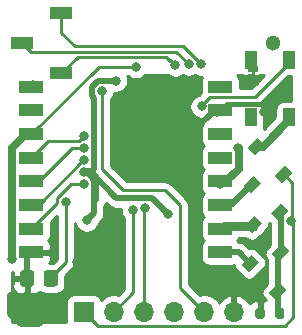
<source format=gbr>
%TF.GenerationSoftware,KiCad,Pcbnew,(5.1.9)-1*%
%TF.CreationDate,2021-06-07T11:13:51+02:00*%
%TF.ProjectId,esp32PicoD4,65737033-3250-4696-936f-44342e6b6963,rev?*%
%TF.SameCoordinates,Original*%
%TF.FileFunction,Copper,L2,Bot*%
%TF.FilePolarity,Positive*%
%FSLAX46Y46*%
G04 Gerber Fmt 4.6, Leading zero omitted, Abs format (unit mm)*
G04 Created by KiCad (PCBNEW (5.1.9)-1) date 2021-06-07 11:13:51*
%MOMM*%
%LPD*%
G01*
G04 APERTURE LIST*
%TA.AperFunction,SMDPad,CuDef*%
%ADD10R,1.900000X1.000000*%
%TD*%
%TA.AperFunction,SMDPad,CuDef*%
%ADD11C,0.100000*%
%TD*%
%TA.AperFunction,SMDPad,CuDef*%
%ADD12R,1.000000X1.500000*%
%TD*%
%TA.AperFunction,ComponentPad*%
%ADD13O,1.700000X1.700000*%
%TD*%
%TA.AperFunction,ComponentPad*%
%ADD14R,1.700000X1.700000*%
%TD*%
%TA.AperFunction,SMDPad,CuDef*%
%ADD15R,2.000000X1.000000*%
%TD*%
%TA.AperFunction,ComponentPad*%
%ADD16R,0.900000X0.500000*%
%TD*%
%TA.AperFunction,ViaPad*%
%ADD17C,1.300000*%
%TD*%
%TA.AperFunction,ViaPad*%
%ADD18C,0.800000*%
%TD*%
%TA.AperFunction,Conductor*%
%ADD19C,0.250000*%
%TD*%
%TA.AperFunction,Conductor*%
%ADD20C,0.500000*%
%TD*%
%TA.AperFunction,Conductor*%
%ADD21C,0.400000*%
%TD*%
%TA.AperFunction,Conductor*%
%ADD22C,0.300000*%
%TD*%
%TA.AperFunction,Conductor*%
%ADD23C,0.700000*%
%TD*%
%TA.AperFunction,Conductor*%
%ADD24C,0.254000*%
%TD*%
%TA.AperFunction,Conductor*%
%ADD25C,0.100000*%
%TD*%
G04 APERTURE END LIST*
%TO.P,R9,2*%
%TO.N,GNDD*%
%TA.AperFunction,SMDPad,CuDef*%
G36*
G01*
X207093000Y-102087000D02*
X207093000Y-102637000D01*
G75*
G02*
X206893000Y-102837000I-200000J0D01*
G01*
X206493000Y-102837000D01*
G75*
G02*
X206293000Y-102637000I0J200000D01*
G01*
X206293000Y-102087000D01*
G75*
G02*
X206493000Y-101887000I200000J0D01*
G01*
X206893000Y-101887000D01*
G75*
G02*
X207093000Y-102087000I0J-200000D01*
G01*
G37*
%TD.AperFunction*%
%TO.P,R9,1*%
%TO.N,/DIO_LORA*%
%TA.AperFunction,SMDPad,CuDef*%
G36*
G01*
X208743000Y-102087000D02*
X208743000Y-102637000D01*
G75*
G02*
X208543000Y-102837000I-200000J0D01*
G01*
X208143000Y-102837000D01*
G75*
G02*
X207943000Y-102637000I0J200000D01*
G01*
X207943000Y-102087000D01*
G75*
G02*
X208143000Y-101887000I200000J0D01*
G01*
X208543000Y-101887000D01*
G75*
G02*
X208743000Y-102087000I0J-200000D01*
G01*
G37*
%TD.AperFunction*%
%TD*%
D10*
%TO.P,J2,3*%
%TO.N,/IO33*%
X189864000Y-76962000D03*
%TO.P,J2,1*%
%TO.N,/DIO_LORA*%
X189864000Y-82042000D03*
%TO.P,J2,2*%
%TO.N,/IO25*%
X186564000Y-79502000D03*
%TD*%
%TA.AperFunction,SMDPad,CuDef*%
D11*
%TO.P,D7,2*%
%TO.N,Net-(D7-Pad2)*%
G36*
X206736462Y-91333934D02*
G01*
X205887934Y-92182462D01*
X205251538Y-91546066D01*
X206100066Y-90697538D01*
X206736462Y-91333934D01*
G37*
%TD.AperFunction*%
%TA.AperFunction,SMDPad,CuDef*%
%TO.P,D7,1*%
%TO.N,/DIO_LORA*%
G36*
X209069914Y-93667386D02*
G01*
X208221386Y-94515914D01*
X207584990Y-93879518D01*
X208433518Y-93030990D01*
X209069914Y-93667386D01*
G37*
%TD.AperFunction*%
%TD*%
%TA.AperFunction,SMDPad,CuDef*%
%TO.P,D6,2*%
%TO.N,Net-(D6-Pad2)*%
G36*
X206839736Y-94739208D02*
G01*
X205991208Y-95587736D01*
X205354812Y-94951340D01*
X206203340Y-94102812D01*
X206839736Y-94739208D01*
G37*
%TD.AperFunction*%
%TA.AperFunction,SMDPad,CuDef*%
%TO.P,D6,1*%
%TO.N,/DIO_LORA*%
G36*
X209173188Y-97072660D02*
G01*
X208324660Y-97921188D01*
X207688264Y-97284792D01*
X208536792Y-96436264D01*
X209173188Y-97072660D01*
G37*
%TD.AperFunction*%
%TD*%
%TA.AperFunction,SMDPad,CuDef*%
%TO.P,D5,2*%
%TO.N,Net-(D5-Pad2)*%
G36*
X206585736Y-98041208D02*
G01*
X205737208Y-98889736D01*
X205100812Y-98253340D01*
X205949340Y-97404812D01*
X206585736Y-98041208D01*
G37*
%TD.AperFunction*%
%TA.AperFunction,SMDPad,CuDef*%
%TO.P,D5,1*%
%TO.N,/DIO_LORA*%
G36*
X208919188Y-100374660D02*
G01*
X208070660Y-101223188D01*
X207434264Y-100586792D01*
X208282792Y-99738264D01*
X208919188Y-100374660D01*
G37*
%TD.AperFunction*%
%TD*%
%TA.AperFunction,SMDPad,CuDef*%
%TO.P,D2,2*%
%TO.N,+BATT*%
G36*
X207942264Y-90680792D02*
G01*
X208790792Y-89832264D01*
X209427188Y-90468660D01*
X208578660Y-91317188D01*
X207942264Y-90680792D01*
G37*
%TD.AperFunction*%
%TA.AperFunction,SMDPad,CuDef*%
%TO.P,D2,1*%
%TO.N,Net-(D2-Pad1)*%
G36*
X205608812Y-88347340D02*
G01*
X206457340Y-87498812D01*
X207093736Y-88135208D01*
X206245208Y-88983736D01*
X205608812Y-88347340D01*
G37*
%TD.AperFunction*%
%TD*%
D12*
%TO.P,D3,1*%
%TO.N,Net-(D2-Pad1)*%
X209118000Y-85762000D03*
%TO.P,D3,2*%
%TO.N,N/C*%
X205918000Y-85762000D03*
%TO.P,D3,4*%
%TO.N,/WS2812*%
X209118000Y-80862000D03*
%TO.P,D3,3*%
%TO.N,GNDD*%
X205918000Y-80862000D03*
%TD*%
D13*
%TO.P,J1,6*%
%TO.N,GNDD*%
X204470000Y-102208000D03*
%TO.P,J1,5*%
%TO.N,/BOOT2*%
X201930000Y-102208000D03*
%TO.P,J1,4*%
%TO.N,/RESET2*%
X199390000Y-102208000D03*
%TO.P,J1,3*%
%TO.N,/RXD3*%
X196850000Y-102208000D03*
%TO.P,J1,2*%
%TO.N,/TXD3*%
X194310000Y-102208000D03*
D14*
%TO.P,J1,1*%
%TO.N,+BATT*%
X191770000Y-102208000D03*
%TD*%
%TO.P,R4,2*%
%TO.N,Net-(J3-Pad7)*%
%TA.AperFunction,SMDPad,CuDef*%
G36*
G01*
X188360000Y-99850001D02*
X188360000Y-98949999D01*
G75*
G02*
X188609999Y-98700000I249999J0D01*
G01*
X189310001Y-98700000D01*
G75*
G02*
X189560000Y-98949999I0J-249999D01*
G01*
X189560000Y-99850001D01*
G75*
G02*
X189310001Y-100100000I-249999J0D01*
G01*
X188609999Y-100100000D01*
G75*
G02*
X188360000Y-99850001I0J249999D01*
G01*
G37*
%TD.AperFunction*%
%TO.P,R4,1*%
%TO.N,GNDD*%
%TA.AperFunction,SMDPad,CuDef*%
G36*
G01*
X186360000Y-99850001D02*
X186360000Y-98949999D01*
G75*
G02*
X186609999Y-98700000I249999J0D01*
G01*
X187310001Y-98700000D01*
G75*
G02*
X187560000Y-98949999I0J-249999D01*
G01*
X187560000Y-99850001D01*
G75*
G02*
X187310001Y-100100000I-249999J0D01*
G01*
X186609999Y-100100000D01*
G75*
G02*
X186360000Y-99850001I0J249999D01*
G01*
G37*
%TD.AperFunction*%
%TD*%
D15*
%TO.P,RFM95,16*%
%TO.N,Net-(D5-Pad2)*%
X203326000Y-97170000D03*
%TO.P,RFM95,15*%
%TO.N,Net-(D6-Pad2)*%
X203326000Y-95170000D03*
%TO.P,RFM95,14*%
%TO.N,Net-(D7-Pad2)*%
X203326000Y-93170000D03*
%TO.P,RFM95,13*%
%TO.N,+3V0*%
X203326000Y-91170000D03*
%TO.P,RFM95,12*%
%TO.N,N/C*%
X203326000Y-89170000D03*
%TO.P,RFM95,11*%
X203326000Y-87170000D03*
%TO.P,RFM95,10*%
%TO.N,GNDD*%
X203326000Y-85170000D03*
%TO.P,RFM95,9*%
%TO.N,N/C*%
X203326000Y-83170000D03*
%TO.P,RFM95,8*%
%TO.N,GNDD*%
X187326000Y-83170000D03*
%TO.P,RFM95,7*%
%TO.N,N/C*%
X187326000Y-85170000D03*
%TO.P,RFM95,6*%
%TO.N,/LORA_RESET*%
X187326000Y-87170000D03*
%TO.P,RFM95,5*%
%TO.N,/CS_3*%
X187326000Y-89170000D03*
%TO.P,RFM95,4*%
%TO.N,/SCK_3*%
X187326000Y-91170000D03*
%TO.P,RFM95,3*%
%TO.N,/MOSI_3*%
X187326000Y-93170000D03*
%TO.P,RFM95,2*%
%TO.N,/MISO_3*%
X187326000Y-95170000D03*
%TO.P,RFM95,1*%
%TO.N,GNDD*%
X187326000Y-97170000D03*
%TD*%
D16*
%TO.P,A1,2*%
%TO.N,GNDD*%
X206062000Y-81684000D03*
%TD*%
D17*
%TO.N,+BATT*%
X207772000Y-79502000D03*
D18*
%TO.N,GNDD*%
X187452000Y-83058000D03*
X206248000Y-82804000D03*
X197866000Y-88392000D03*
X207018002Y-85344000D03*
X193802000Y-96520000D03*
X189230000Y-102616000D03*
X208280000Y-83820000D03*
X187233248Y-97262752D03*
X191174000Y-98044000D03*
X203962000Y-99314000D03*
%TO.N,+BATT*%
X209280726Y-94522915D03*
%TO.N,+3V0*%
X203326000Y-91367000D03*
X191770000Y-90424000D03*
X194470154Y-82643846D03*
X204817888Y-88326420D03*
X198882000Y-93958500D03*
X192024000Y-94488000D03*
%TO.N,/CS_3*%
X191770000Y-87376000D03*
%TO.N,/SCK_3*%
X191770000Y-88392000D03*
%TO.N,/MOSI_3*%
X191770000Y-89408000D03*
%TO.N,/MISO_3*%
X191770000Y-91440000D03*
%TO.N,/TXD3*%
X195932366Y-93617031D03*
%TO.N,/RXD3*%
X196920107Y-93460920D03*
%TO.N,/BOOT2*%
X193294000Y-83566000D03*
%TO.N,/WS2812*%
X201725998Y-84836000D03*
%TO.N,/LORA_RESET*%
X185675000Y-97790000D03*
X196164278Y-81491794D03*
%TO.N,/IO33*%
X201680653Y-81275347D03*
%TO.N,/IO25*%
X200660000Y-81280000D03*
%TO.N,/DIO_LORA*%
X199505890Y-81355462D03*
%TO.N,Net-(J3-Pad7)*%
X190246000Y-92964000D03*
%TD*%
D19*
%TO.N,GNDD*%
X186960000Y-99314000D02*
X186960000Y-97536000D01*
X203326000Y-85170000D02*
X202934999Y-85561001D01*
X207018002Y-85027000D02*
X207018002Y-85344000D01*
D20*
X193802000Y-97438002D02*
X193802000Y-96520000D01*
X187990001Y-103250001D02*
X193802000Y-97438002D01*
X186405999Y-103250001D02*
X187990001Y-103250001D01*
X185547999Y-102392001D02*
X186405999Y-103250001D01*
X185547999Y-100812001D02*
X185547999Y-102392001D01*
X186960000Y-97536000D02*
X187326000Y-97170000D01*
X186960000Y-99400000D02*
X186960000Y-97536000D01*
D21*
X207018002Y-84892000D02*
X207018002Y-85344000D01*
X206738001Y-84611999D02*
X207018002Y-84892000D01*
X203884001Y-84611999D02*
X206738001Y-84611999D01*
X203326000Y-85170000D02*
X203884001Y-84611999D01*
D19*
X205918000Y-81540000D02*
X206062000Y-81684000D01*
X205918000Y-80862000D02*
X205918000Y-81540000D01*
X206062000Y-82618000D02*
X206248000Y-82804000D01*
X206062000Y-81684000D02*
X206062000Y-82618000D01*
D22*
X187086000Y-97170000D02*
X186944000Y-97028000D01*
X187326000Y-97170000D02*
X187086000Y-97170000D01*
D19*
X192698000Y-96520000D02*
X193802000Y-96520000D01*
X191174000Y-98044000D02*
X192698000Y-96520000D01*
X201374000Y-87122000D02*
X199390000Y-87122000D01*
D20*
X199604000Y-88392000D02*
X197866000Y-88392000D01*
X202826000Y-85170000D02*
X199604000Y-88392000D01*
X203326000Y-85170000D02*
X202826000Y-85170000D01*
D19*
%TO.N,+BATT*%
X192945001Y-103383001D02*
X191770000Y-102208000D01*
X208782999Y-103383001D02*
X192945001Y-103383001D01*
X209498198Y-102667802D02*
X208782999Y-103383001D01*
X209498198Y-94740387D02*
X209280726Y-94522915D01*
X209498198Y-96317802D02*
X209498198Y-94740387D01*
X209498198Y-96317802D02*
X209498198Y-102667802D01*
X209394924Y-91284924D02*
X208684726Y-90574726D01*
X209394924Y-94408717D02*
X209394924Y-91284924D01*
X209280726Y-94522915D02*
X209394924Y-94408717D01*
D23*
%TO.N,+3V0*%
X192160002Y-90424000D02*
X191770000Y-90424000D01*
X192720001Y-90983999D02*
X192160002Y-90424000D01*
X192720001Y-92632830D02*
X192720001Y-90983999D01*
X204876001Y-90110001D02*
X204876001Y-88326420D01*
X203816002Y-91170000D02*
X204876001Y-90110001D01*
X203326000Y-91170000D02*
X203816002Y-91170000D01*
D20*
X192012002Y-90424000D02*
X191770000Y-90424000D01*
X192620001Y-91031999D02*
X192012002Y-90424000D01*
X192620001Y-93891999D02*
X192620001Y-91031999D01*
X192024000Y-94488000D02*
X192620001Y-93891999D01*
X192958152Y-82643846D02*
X194470154Y-82643846D01*
X192443999Y-83157999D02*
X192958152Y-82643846D01*
X192443999Y-83974001D02*
X192443999Y-83157999D01*
X192620001Y-84150003D02*
X192443999Y-83974001D01*
X192620001Y-90139684D02*
X192620001Y-84150003D01*
X192335685Y-90424000D02*
X192620001Y-90139684D01*
X192335685Y-90424000D02*
X191770000Y-90424000D01*
X194522604Y-92610919D02*
X192335685Y-90424000D01*
X197534419Y-92610919D02*
X194522604Y-92610919D01*
X198882000Y-93958500D02*
X197534419Y-92610919D01*
D19*
%TO.N,/CS_3*%
X187326000Y-89170000D02*
X188104000Y-88392000D01*
X188720001Y-87775999D02*
X187326000Y-89170000D01*
X191370001Y-87775999D02*
X188720001Y-87775999D01*
X191770000Y-87376000D02*
X191370001Y-87775999D01*
%TO.N,/SCK_3*%
X187976000Y-91170000D02*
X187326000Y-91170000D01*
X190754000Y-88392000D02*
X187976000Y-91170000D01*
X191770000Y-88392000D02*
X190754000Y-88392000D01*
%TO.N,/MOSI_3*%
X191712998Y-89408000D02*
X191770000Y-89408000D01*
X187950998Y-93170000D02*
X191712998Y-89408000D01*
X187326000Y-93170000D02*
X187950998Y-93170000D01*
%TO.N,/MISO_3*%
X187326000Y-95170000D02*
X188040000Y-95170000D01*
X190696998Y-91440000D02*
X191770000Y-91440000D01*
X189520999Y-92975001D02*
X189520999Y-92615999D01*
X189520999Y-92615999D02*
X190696998Y-91440000D01*
X187326000Y-95170000D02*
X189520999Y-92975001D01*
%TO.N,/TXD3*%
X195932366Y-100585634D02*
X194310000Y-102208000D01*
X195932366Y-93617031D02*
X195932366Y-100585634D01*
%TO.N,/RXD3*%
X196850000Y-93531027D02*
X196920107Y-93460920D01*
X196850000Y-101854000D02*
X196850000Y-93531027D01*
%TO.N,/BOOT2*%
X193294000Y-90170000D02*
X193294000Y-83566000D01*
X195072000Y-91948000D02*
X193294000Y-90170000D01*
X198628000Y-91948000D02*
X195072000Y-91948000D01*
X199898000Y-93218000D02*
X198628000Y-91948000D01*
X199898000Y-100176000D02*
X199898000Y-93218000D01*
X201930000Y-102208000D02*
X199898000Y-100176000D01*
%TO.N,/WS2812*%
X206238999Y-83995001D02*
X209118000Y-81116000D01*
X202415997Y-83995001D02*
X206238999Y-83995001D01*
X201725998Y-84685000D02*
X202415997Y-83995001D01*
X201725998Y-84836000D02*
X201725998Y-84685000D01*
D20*
%TO.N,/LORA_RESET*%
X187015998Y-87170000D02*
X187326000Y-87170000D01*
D23*
X186835998Y-87170000D02*
X187326000Y-87170000D01*
X185675000Y-88330998D02*
X186835998Y-87170000D01*
X185675000Y-97790000D02*
X185675000Y-88330998D01*
D19*
X193004206Y-81491794D02*
X196164278Y-81491794D01*
X187326000Y-87170000D02*
X193004206Y-81491794D01*
%TO.N,/IO33*%
X201680653Y-81275347D02*
X200147071Y-79741765D01*
X200147071Y-79741765D02*
X190993765Y-79741765D01*
X189864000Y-78612000D02*
X189864000Y-76962000D01*
X190993765Y-79741765D02*
X189864000Y-78612000D01*
%TO.N,/IO25*%
X187253775Y-80191775D02*
X186564000Y-79502000D01*
X199571775Y-80191775D02*
X187253775Y-80191775D01*
X200660000Y-81280000D02*
X199571775Y-80191775D01*
%TO.N,/DIO_LORA*%
X207922726Y-100734726D02*
X208176726Y-100480726D01*
D20*
X208176726Y-97432726D02*
X208430726Y-97178726D01*
X208176726Y-100480726D02*
X208176726Y-97432726D01*
X208430726Y-93876726D02*
X208327452Y-93773452D01*
X208430726Y-97178726D02*
X208430726Y-93876726D01*
D19*
X191264215Y-80641785D02*
X189864000Y-82042000D01*
X198751785Y-80641785D02*
X191264215Y-80641785D01*
X199049428Y-80899000D02*
X199009000Y-80899000D01*
X199505890Y-81355462D02*
X199049428Y-80899000D01*
X199009000Y-80899000D02*
X198751785Y-80641785D01*
X199644000Y-81534000D02*
X199009000Y-80899000D01*
D20*
X208176726Y-102195726D02*
X208343000Y-102362000D01*
X208176726Y-100480726D02*
X208176726Y-102195726D01*
D19*
%TO.N,Net-(J3-Pad7)*%
X190246000Y-98028000D02*
X188960000Y-99314000D01*
X190246000Y-92964000D02*
X190246000Y-98028000D01*
D20*
%TO.N,Net-(D5-Pad2)*%
X204866000Y-97170000D02*
X205843274Y-98147274D01*
X203326000Y-97170000D02*
X204866000Y-97170000D01*
D19*
%TO.N,Net-(D6-Pad2)*%
X206280548Y-95170000D02*
X206351274Y-95099274D01*
X203326000Y-95170000D02*
X206280548Y-95170000D01*
D20*
X203650726Y-94845274D02*
X203326000Y-95170000D01*
X206097274Y-94845274D02*
X203650726Y-94845274D01*
%TO.N,Net-(D7-Pad2)*%
X204264000Y-93170000D02*
X205994000Y-91440000D01*
X203326000Y-93170000D02*
X204264000Y-93170000D01*
D23*
%TO.N,Net-(D2-Pad1)*%
X206892726Y-88241274D02*
X209118000Y-86016000D01*
X206351274Y-88241274D02*
X206892726Y-88241274D01*
%TD*%
D24*
%TO.N,GNDD*%
X193866074Y-93205968D02*
X193893787Y-93239736D01*
X193927555Y-93267449D01*
X193927557Y-93267451D01*
X194028545Y-93350330D01*
X194182290Y-93432508D01*
X194287555Y-93464440D01*
X194349114Y-93483114D01*
X194479127Y-93495919D01*
X194479135Y-93495919D01*
X194522604Y-93500200D01*
X194566073Y-93495919D01*
X194901180Y-93495919D01*
X194897366Y-93515092D01*
X194897366Y-93718970D01*
X194937140Y-93918929D01*
X195015161Y-94107287D01*
X195128429Y-94276805D01*
X195172366Y-94320742D01*
X195172367Y-100270831D01*
X194676408Y-100766790D01*
X194456260Y-100723000D01*
X194163740Y-100723000D01*
X193876842Y-100780068D01*
X193606589Y-100892010D01*
X193363368Y-101054525D01*
X193231513Y-101186380D01*
X193209502Y-101113820D01*
X193150537Y-101003506D01*
X193071185Y-100906815D01*
X192974494Y-100827463D01*
X192864180Y-100768498D01*
X192744482Y-100732188D01*
X192620000Y-100719928D01*
X190920000Y-100719928D01*
X190795518Y-100732188D01*
X190675820Y-100768498D01*
X190565506Y-100827463D01*
X190468815Y-100906815D01*
X190389463Y-101003506D01*
X190330498Y-101113820D01*
X190294188Y-101233518D01*
X190281928Y-101358000D01*
X190281928Y-103058000D01*
X190285080Y-103090000D01*
X185710000Y-103090000D01*
X185710000Y-100100000D01*
X185721928Y-100100000D01*
X185734188Y-100224482D01*
X185770498Y-100344180D01*
X185829463Y-100454494D01*
X185908815Y-100551185D01*
X186005506Y-100630537D01*
X186115820Y-100689502D01*
X186235518Y-100725812D01*
X186360000Y-100738072D01*
X186674250Y-100735000D01*
X186833000Y-100576250D01*
X186833000Y-99527000D01*
X185883750Y-99527000D01*
X185725000Y-99685750D01*
X185721928Y-100100000D01*
X185710000Y-100100000D01*
X185710000Y-98825000D01*
X185722855Y-98825000D01*
X185725000Y-99114250D01*
X185883750Y-99273000D01*
X186833000Y-99273000D01*
X186833000Y-99253000D01*
X187087000Y-99253000D01*
X187087000Y-99273000D01*
X187107000Y-99273000D01*
X187107000Y-99527000D01*
X187087000Y-99527000D01*
X187087000Y-100576250D01*
X187245750Y-100735000D01*
X187560000Y-100738072D01*
X187684482Y-100725812D01*
X187804180Y-100689502D01*
X187914494Y-100630537D01*
X188011185Y-100551185D01*
X188035363Y-100521724D01*
X188116613Y-100588405D01*
X188270149Y-100670472D01*
X188436745Y-100721008D01*
X188609999Y-100738072D01*
X189310001Y-100738072D01*
X189483255Y-100721008D01*
X189649851Y-100670472D01*
X189803387Y-100588405D01*
X189937962Y-100477962D01*
X190048405Y-100343387D01*
X190130472Y-100189851D01*
X190181008Y-100023255D01*
X190198072Y-99850001D01*
X190198072Y-99150730D01*
X190757003Y-98591799D01*
X190786001Y-98568001D01*
X190880974Y-98452276D01*
X190951546Y-98320247D01*
X190995003Y-98176986D01*
X191006000Y-98065333D01*
X191006000Y-98065325D01*
X191009676Y-98028000D01*
X191006000Y-97990675D01*
X191006000Y-94675404D01*
X191028774Y-94789898D01*
X191106795Y-94978256D01*
X191220063Y-95147774D01*
X191364226Y-95291937D01*
X191533744Y-95405205D01*
X191722102Y-95483226D01*
X191922061Y-95523000D01*
X192125939Y-95523000D01*
X192325898Y-95483226D01*
X192514256Y-95405205D01*
X192683774Y-95291937D01*
X192827937Y-95147774D01*
X192941205Y-94978256D01*
X193019226Y-94789898D01*
X193030535Y-94733044D01*
X193215051Y-94548528D01*
X193248818Y-94520816D01*
X193304837Y-94452558D01*
X193359412Y-94386058D01*
X193386383Y-94335598D01*
X193441590Y-94232312D01*
X193492196Y-94065489D01*
X193505001Y-93935476D01*
X193505001Y-93935468D01*
X193509282Y-93891999D01*
X193505001Y-93848530D01*
X193505001Y-93228969D01*
X193542961Y-93182714D01*
X193634425Y-93011597D01*
X193643101Y-92982995D01*
X193866074Y-93205968D01*
%TA.AperFunction,Conductor*%
D25*
G36*
X193866074Y-93205968D02*
G01*
X193893787Y-93239736D01*
X193927555Y-93267449D01*
X193927557Y-93267451D01*
X194028545Y-93350330D01*
X194182290Y-93432508D01*
X194287555Y-93464440D01*
X194349114Y-93483114D01*
X194479127Y-93495919D01*
X194479135Y-93495919D01*
X194522604Y-93500200D01*
X194566073Y-93495919D01*
X194901180Y-93495919D01*
X194897366Y-93515092D01*
X194897366Y-93718970D01*
X194937140Y-93918929D01*
X195015161Y-94107287D01*
X195128429Y-94276805D01*
X195172366Y-94320742D01*
X195172367Y-100270831D01*
X194676408Y-100766790D01*
X194456260Y-100723000D01*
X194163740Y-100723000D01*
X193876842Y-100780068D01*
X193606589Y-100892010D01*
X193363368Y-101054525D01*
X193231513Y-101186380D01*
X193209502Y-101113820D01*
X193150537Y-101003506D01*
X193071185Y-100906815D01*
X192974494Y-100827463D01*
X192864180Y-100768498D01*
X192744482Y-100732188D01*
X192620000Y-100719928D01*
X190920000Y-100719928D01*
X190795518Y-100732188D01*
X190675820Y-100768498D01*
X190565506Y-100827463D01*
X190468815Y-100906815D01*
X190389463Y-101003506D01*
X190330498Y-101113820D01*
X190294188Y-101233518D01*
X190281928Y-101358000D01*
X190281928Y-103058000D01*
X190285080Y-103090000D01*
X185710000Y-103090000D01*
X185710000Y-100100000D01*
X185721928Y-100100000D01*
X185734188Y-100224482D01*
X185770498Y-100344180D01*
X185829463Y-100454494D01*
X185908815Y-100551185D01*
X186005506Y-100630537D01*
X186115820Y-100689502D01*
X186235518Y-100725812D01*
X186360000Y-100738072D01*
X186674250Y-100735000D01*
X186833000Y-100576250D01*
X186833000Y-99527000D01*
X185883750Y-99527000D01*
X185725000Y-99685750D01*
X185721928Y-100100000D01*
X185710000Y-100100000D01*
X185710000Y-98825000D01*
X185722855Y-98825000D01*
X185725000Y-99114250D01*
X185883750Y-99273000D01*
X186833000Y-99273000D01*
X186833000Y-99253000D01*
X187087000Y-99253000D01*
X187087000Y-99273000D01*
X187107000Y-99273000D01*
X187107000Y-99527000D01*
X187087000Y-99527000D01*
X187087000Y-100576250D01*
X187245750Y-100735000D01*
X187560000Y-100738072D01*
X187684482Y-100725812D01*
X187804180Y-100689502D01*
X187914494Y-100630537D01*
X188011185Y-100551185D01*
X188035363Y-100521724D01*
X188116613Y-100588405D01*
X188270149Y-100670472D01*
X188436745Y-100721008D01*
X188609999Y-100738072D01*
X189310001Y-100738072D01*
X189483255Y-100721008D01*
X189649851Y-100670472D01*
X189803387Y-100588405D01*
X189937962Y-100477962D01*
X190048405Y-100343387D01*
X190130472Y-100189851D01*
X190181008Y-100023255D01*
X190198072Y-99850001D01*
X190198072Y-99150730D01*
X190757003Y-98591799D01*
X190786001Y-98568001D01*
X190880974Y-98452276D01*
X190951546Y-98320247D01*
X190995003Y-98176986D01*
X191006000Y-98065333D01*
X191006000Y-98065325D01*
X191009676Y-98028000D01*
X191006000Y-97990675D01*
X191006000Y-94675404D01*
X191028774Y-94789898D01*
X191106795Y-94978256D01*
X191220063Y-95147774D01*
X191364226Y-95291937D01*
X191533744Y-95405205D01*
X191722102Y-95483226D01*
X191922061Y-95523000D01*
X192125939Y-95523000D01*
X192325898Y-95483226D01*
X192514256Y-95405205D01*
X192683774Y-95291937D01*
X192827937Y-95147774D01*
X192941205Y-94978256D01*
X193019226Y-94789898D01*
X193030535Y-94733044D01*
X193215051Y-94548528D01*
X193248818Y-94520816D01*
X193304837Y-94452558D01*
X193359412Y-94386058D01*
X193386383Y-94335598D01*
X193441590Y-94232312D01*
X193492196Y-94065489D01*
X193505001Y-93935476D01*
X193505001Y-93935468D01*
X193509282Y-93891999D01*
X193505001Y-93848530D01*
X193505001Y-93228969D01*
X193542961Y-93182714D01*
X193634425Y-93011597D01*
X193643101Y-92982995D01*
X193866074Y-93205968D01*
G37*
%TD.AperFunction*%
D24*
X199015634Y-82272667D02*
X199203992Y-82350688D01*
X199403951Y-82390462D01*
X199607829Y-82390462D01*
X199807788Y-82350688D01*
X199996146Y-82272667D01*
X200139414Y-82176939D01*
X200169744Y-82197205D01*
X200358102Y-82275226D01*
X200558061Y-82315000D01*
X200761939Y-82315000D01*
X200961898Y-82275226D01*
X201150256Y-82197205D01*
X201173808Y-82181468D01*
X201190397Y-82192552D01*
X201378755Y-82270573D01*
X201578714Y-82310347D01*
X201782592Y-82310347D01*
X201803034Y-82306281D01*
X201795463Y-82315506D01*
X201736498Y-82425820D01*
X201700188Y-82545518D01*
X201687928Y-82670000D01*
X201687928Y-83648268D01*
X201513132Y-83823065D01*
X201424100Y-83840774D01*
X201235742Y-83918795D01*
X201066224Y-84032063D01*
X200922061Y-84176226D01*
X200808793Y-84345744D01*
X200730772Y-84534102D01*
X200690998Y-84734061D01*
X200690998Y-84937939D01*
X200730772Y-85137898D01*
X200808793Y-85326256D01*
X200922061Y-85495774D01*
X201066224Y-85639937D01*
X201235742Y-85753205D01*
X201424100Y-85831226D01*
X201624059Y-85871000D01*
X201723399Y-85871000D01*
X201736498Y-85914180D01*
X201795463Y-86024494D01*
X201874815Y-86121185D01*
X201934296Y-86170000D01*
X201874815Y-86218815D01*
X201795463Y-86315506D01*
X201736498Y-86425820D01*
X201700188Y-86545518D01*
X201687928Y-86670000D01*
X201687928Y-87670000D01*
X201700188Y-87794482D01*
X201736498Y-87914180D01*
X201795463Y-88024494D01*
X201874815Y-88121185D01*
X201934296Y-88170000D01*
X201874815Y-88218815D01*
X201795463Y-88315506D01*
X201736498Y-88425820D01*
X201700188Y-88545518D01*
X201687928Y-88670000D01*
X201687928Y-89670000D01*
X201700188Y-89794482D01*
X201736498Y-89914180D01*
X201795463Y-90024494D01*
X201874815Y-90121185D01*
X201934296Y-90170000D01*
X201874815Y-90218815D01*
X201795463Y-90315506D01*
X201736498Y-90425820D01*
X201700188Y-90545518D01*
X201687928Y-90670000D01*
X201687928Y-91670000D01*
X201700188Y-91794482D01*
X201736498Y-91914180D01*
X201795463Y-92024494D01*
X201874815Y-92121185D01*
X201934296Y-92170000D01*
X201874815Y-92218815D01*
X201795463Y-92315506D01*
X201736498Y-92425820D01*
X201700188Y-92545518D01*
X201687928Y-92670000D01*
X201687928Y-93670000D01*
X201700188Y-93794482D01*
X201736498Y-93914180D01*
X201795463Y-94024494D01*
X201874815Y-94121185D01*
X201934296Y-94170000D01*
X201874815Y-94218815D01*
X201795463Y-94315506D01*
X201736498Y-94425820D01*
X201700188Y-94545518D01*
X201687928Y-94670000D01*
X201687928Y-95670000D01*
X201700188Y-95794482D01*
X201736498Y-95914180D01*
X201795463Y-96024494D01*
X201874815Y-96121185D01*
X201934296Y-96170000D01*
X201874815Y-96218815D01*
X201795463Y-96315506D01*
X201736498Y-96425820D01*
X201700188Y-96545518D01*
X201687928Y-96670000D01*
X201687928Y-97670000D01*
X201700188Y-97794482D01*
X201736498Y-97914180D01*
X201795463Y-98024494D01*
X201874815Y-98121185D01*
X201971506Y-98200537D01*
X202081820Y-98259502D01*
X202201518Y-98295812D01*
X202326000Y-98308072D01*
X204326000Y-98308072D01*
X204450482Y-98295812D01*
X204466446Y-98290969D01*
X204475000Y-98377822D01*
X204511310Y-98497520D01*
X204570275Y-98607834D01*
X204649627Y-98704525D01*
X205286023Y-99340921D01*
X205382714Y-99420273D01*
X205493028Y-99479238D01*
X205612726Y-99515548D01*
X205737208Y-99527808D01*
X205861690Y-99515548D01*
X205981388Y-99479238D01*
X206091702Y-99420273D01*
X206188393Y-99340921D01*
X207036921Y-98492393D01*
X207116273Y-98395702D01*
X207175238Y-98285388D01*
X207211548Y-98165690D01*
X207223808Y-98041208D01*
X207211548Y-97916726D01*
X207175238Y-97797028D01*
X207116273Y-97686714D01*
X207036921Y-97590023D01*
X206400525Y-96953627D01*
X206303834Y-96874275D01*
X206193520Y-96815310D01*
X206073822Y-96779000D01*
X205949340Y-96766740D01*
X205824858Y-96779000D01*
X205749452Y-96801874D01*
X205522534Y-96574956D01*
X205494817Y-96541183D01*
X205360059Y-96430589D01*
X205206313Y-96348411D01*
X205039490Y-96297805D01*
X204909477Y-96285000D01*
X204909469Y-96285000D01*
X204866000Y-96280719D01*
X204830831Y-96284183D01*
X204777185Y-96218815D01*
X204717704Y-96170000D01*
X204777185Y-96121185D01*
X204856537Y-96024494D01*
X204907046Y-95930000D01*
X205431102Y-95930000D01*
X205540023Y-96038921D01*
X205636714Y-96118273D01*
X205747028Y-96177238D01*
X205866726Y-96213548D01*
X205991208Y-96225808D01*
X206115690Y-96213548D01*
X206235388Y-96177238D01*
X206345702Y-96118273D01*
X206442393Y-96038921D01*
X206643631Y-95837683D01*
X206704824Y-95804974D01*
X206820549Y-95710001D01*
X206844352Y-95680997D01*
X206915073Y-95610276D01*
X206986248Y-95523549D01*
X207018955Y-95462359D01*
X207290921Y-95190393D01*
X207370273Y-95093702D01*
X207429238Y-94983388D01*
X207465548Y-94863690D01*
X207477808Y-94739208D01*
X207470761Y-94667659D01*
X207545727Y-94742625D01*
X207545726Y-96524960D01*
X207237079Y-96833607D01*
X207157727Y-96930298D01*
X207098762Y-97040612D01*
X207062452Y-97160310D01*
X207050192Y-97284792D01*
X207062452Y-97409274D01*
X207098762Y-97528972D01*
X207157727Y-97639286D01*
X207237079Y-97735977D01*
X207291727Y-97790625D01*
X207291726Y-99826960D01*
X206983079Y-100135607D01*
X206903727Y-100232298D01*
X206844762Y-100342612D01*
X206808452Y-100462310D01*
X206796192Y-100586792D01*
X206808452Y-100711274D01*
X206844762Y-100830972D01*
X206903727Y-100941286D01*
X206983079Y-101037977D01*
X207205067Y-101259965D01*
X207093000Y-101248928D01*
X206978750Y-101252000D01*
X206820000Y-101410750D01*
X206820000Y-102235000D01*
X206840000Y-102235000D01*
X206840000Y-102489000D01*
X206820000Y-102489000D01*
X206820000Y-102509000D01*
X206566000Y-102509000D01*
X206566000Y-102489000D01*
X206546000Y-102489000D01*
X206546000Y-102235000D01*
X206566000Y-102235000D01*
X206566000Y-101410750D01*
X206407250Y-101252000D01*
X206293000Y-101248928D01*
X206168518Y-101261188D01*
X206048820Y-101297498D01*
X205938506Y-101356463D01*
X205841815Y-101435815D01*
X205777146Y-101514615D01*
X205665178Y-101326645D01*
X205470269Y-101110412D01*
X205236920Y-100936359D01*
X204974099Y-100811175D01*
X204826890Y-100766524D01*
X204597000Y-100887845D01*
X204597000Y-102081000D01*
X204617000Y-102081000D01*
X204617000Y-102335000D01*
X204597000Y-102335000D01*
X204597000Y-102355000D01*
X204343000Y-102355000D01*
X204343000Y-102335000D01*
X204323000Y-102335000D01*
X204323000Y-102081000D01*
X204343000Y-102081000D01*
X204343000Y-100887845D01*
X204113110Y-100766524D01*
X203965901Y-100811175D01*
X203703080Y-100936359D01*
X203469731Y-101110412D01*
X203274822Y-101326645D01*
X203205195Y-101443534D01*
X203083475Y-101261368D01*
X202876632Y-101054525D01*
X202633411Y-100892010D01*
X202363158Y-100780068D01*
X202076260Y-100723000D01*
X201783740Y-100723000D01*
X201563592Y-100766790D01*
X200658000Y-99861199D01*
X200658000Y-93255322D01*
X200661676Y-93217999D01*
X200658000Y-93180676D01*
X200658000Y-93180667D01*
X200647003Y-93069014D01*
X200603546Y-92925753D01*
X200532974Y-92793724D01*
X200438001Y-92677999D01*
X200409003Y-92654201D01*
X199191804Y-91437003D01*
X199168001Y-91407999D01*
X199052276Y-91313026D01*
X198920247Y-91242454D01*
X198776986Y-91198997D01*
X198665333Y-91188000D01*
X198665322Y-91188000D01*
X198628000Y-91184324D01*
X198590678Y-91188000D01*
X195386802Y-91188000D01*
X194054000Y-89855199D01*
X194054000Y-84269711D01*
X194097937Y-84225774D01*
X194211205Y-84056256D01*
X194289226Y-83867898D01*
X194328406Y-83670927D01*
X194368215Y-83678846D01*
X194572093Y-83678846D01*
X194772052Y-83639072D01*
X194960410Y-83561051D01*
X195129928Y-83447783D01*
X195274091Y-83303620D01*
X195387359Y-83134102D01*
X195465380Y-82945744D01*
X195505154Y-82745785D01*
X195505154Y-82541907D01*
X195465380Y-82341948D01*
X195428037Y-82251794D01*
X195460567Y-82251794D01*
X195504504Y-82295731D01*
X195674022Y-82408999D01*
X195862380Y-82487020D01*
X196062339Y-82526794D01*
X196266217Y-82526794D01*
X196466176Y-82487020D01*
X196654534Y-82408999D01*
X196824052Y-82295731D01*
X196950783Y-82169000D01*
X198860485Y-82169000D01*
X199015634Y-82272667D01*
%TA.AperFunction,Conductor*%
D25*
G36*
X199015634Y-82272667D02*
G01*
X199203992Y-82350688D01*
X199403951Y-82390462D01*
X199607829Y-82390462D01*
X199807788Y-82350688D01*
X199996146Y-82272667D01*
X200139414Y-82176939D01*
X200169744Y-82197205D01*
X200358102Y-82275226D01*
X200558061Y-82315000D01*
X200761939Y-82315000D01*
X200961898Y-82275226D01*
X201150256Y-82197205D01*
X201173808Y-82181468D01*
X201190397Y-82192552D01*
X201378755Y-82270573D01*
X201578714Y-82310347D01*
X201782592Y-82310347D01*
X201803034Y-82306281D01*
X201795463Y-82315506D01*
X201736498Y-82425820D01*
X201700188Y-82545518D01*
X201687928Y-82670000D01*
X201687928Y-83648268D01*
X201513132Y-83823065D01*
X201424100Y-83840774D01*
X201235742Y-83918795D01*
X201066224Y-84032063D01*
X200922061Y-84176226D01*
X200808793Y-84345744D01*
X200730772Y-84534102D01*
X200690998Y-84734061D01*
X200690998Y-84937939D01*
X200730772Y-85137898D01*
X200808793Y-85326256D01*
X200922061Y-85495774D01*
X201066224Y-85639937D01*
X201235742Y-85753205D01*
X201424100Y-85831226D01*
X201624059Y-85871000D01*
X201723399Y-85871000D01*
X201736498Y-85914180D01*
X201795463Y-86024494D01*
X201874815Y-86121185D01*
X201934296Y-86170000D01*
X201874815Y-86218815D01*
X201795463Y-86315506D01*
X201736498Y-86425820D01*
X201700188Y-86545518D01*
X201687928Y-86670000D01*
X201687928Y-87670000D01*
X201700188Y-87794482D01*
X201736498Y-87914180D01*
X201795463Y-88024494D01*
X201874815Y-88121185D01*
X201934296Y-88170000D01*
X201874815Y-88218815D01*
X201795463Y-88315506D01*
X201736498Y-88425820D01*
X201700188Y-88545518D01*
X201687928Y-88670000D01*
X201687928Y-89670000D01*
X201700188Y-89794482D01*
X201736498Y-89914180D01*
X201795463Y-90024494D01*
X201874815Y-90121185D01*
X201934296Y-90170000D01*
X201874815Y-90218815D01*
X201795463Y-90315506D01*
X201736498Y-90425820D01*
X201700188Y-90545518D01*
X201687928Y-90670000D01*
X201687928Y-91670000D01*
X201700188Y-91794482D01*
X201736498Y-91914180D01*
X201795463Y-92024494D01*
X201874815Y-92121185D01*
X201934296Y-92170000D01*
X201874815Y-92218815D01*
X201795463Y-92315506D01*
X201736498Y-92425820D01*
X201700188Y-92545518D01*
X201687928Y-92670000D01*
X201687928Y-93670000D01*
X201700188Y-93794482D01*
X201736498Y-93914180D01*
X201795463Y-94024494D01*
X201874815Y-94121185D01*
X201934296Y-94170000D01*
X201874815Y-94218815D01*
X201795463Y-94315506D01*
X201736498Y-94425820D01*
X201700188Y-94545518D01*
X201687928Y-94670000D01*
X201687928Y-95670000D01*
X201700188Y-95794482D01*
X201736498Y-95914180D01*
X201795463Y-96024494D01*
X201874815Y-96121185D01*
X201934296Y-96170000D01*
X201874815Y-96218815D01*
X201795463Y-96315506D01*
X201736498Y-96425820D01*
X201700188Y-96545518D01*
X201687928Y-96670000D01*
X201687928Y-97670000D01*
X201700188Y-97794482D01*
X201736498Y-97914180D01*
X201795463Y-98024494D01*
X201874815Y-98121185D01*
X201971506Y-98200537D01*
X202081820Y-98259502D01*
X202201518Y-98295812D01*
X202326000Y-98308072D01*
X204326000Y-98308072D01*
X204450482Y-98295812D01*
X204466446Y-98290969D01*
X204475000Y-98377822D01*
X204511310Y-98497520D01*
X204570275Y-98607834D01*
X204649627Y-98704525D01*
X205286023Y-99340921D01*
X205382714Y-99420273D01*
X205493028Y-99479238D01*
X205612726Y-99515548D01*
X205737208Y-99527808D01*
X205861690Y-99515548D01*
X205981388Y-99479238D01*
X206091702Y-99420273D01*
X206188393Y-99340921D01*
X207036921Y-98492393D01*
X207116273Y-98395702D01*
X207175238Y-98285388D01*
X207211548Y-98165690D01*
X207223808Y-98041208D01*
X207211548Y-97916726D01*
X207175238Y-97797028D01*
X207116273Y-97686714D01*
X207036921Y-97590023D01*
X206400525Y-96953627D01*
X206303834Y-96874275D01*
X206193520Y-96815310D01*
X206073822Y-96779000D01*
X205949340Y-96766740D01*
X205824858Y-96779000D01*
X205749452Y-96801874D01*
X205522534Y-96574956D01*
X205494817Y-96541183D01*
X205360059Y-96430589D01*
X205206313Y-96348411D01*
X205039490Y-96297805D01*
X204909477Y-96285000D01*
X204909469Y-96285000D01*
X204866000Y-96280719D01*
X204830831Y-96284183D01*
X204777185Y-96218815D01*
X204717704Y-96170000D01*
X204777185Y-96121185D01*
X204856537Y-96024494D01*
X204907046Y-95930000D01*
X205431102Y-95930000D01*
X205540023Y-96038921D01*
X205636714Y-96118273D01*
X205747028Y-96177238D01*
X205866726Y-96213548D01*
X205991208Y-96225808D01*
X206115690Y-96213548D01*
X206235388Y-96177238D01*
X206345702Y-96118273D01*
X206442393Y-96038921D01*
X206643631Y-95837683D01*
X206704824Y-95804974D01*
X206820549Y-95710001D01*
X206844352Y-95680997D01*
X206915073Y-95610276D01*
X206986248Y-95523549D01*
X207018955Y-95462359D01*
X207290921Y-95190393D01*
X207370273Y-95093702D01*
X207429238Y-94983388D01*
X207465548Y-94863690D01*
X207477808Y-94739208D01*
X207470761Y-94667659D01*
X207545727Y-94742625D01*
X207545726Y-96524960D01*
X207237079Y-96833607D01*
X207157727Y-96930298D01*
X207098762Y-97040612D01*
X207062452Y-97160310D01*
X207050192Y-97284792D01*
X207062452Y-97409274D01*
X207098762Y-97528972D01*
X207157727Y-97639286D01*
X207237079Y-97735977D01*
X207291727Y-97790625D01*
X207291726Y-99826960D01*
X206983079Y-100135607D01*
X206903727Y-100232298D01*
X206844762Y-100342612D01*
X206808452Y-100462310D01*
X206796192Y-100586792D01*
X206808452Y-100711274D01*
X206844762Y-100830972D01*
X206903727Y-100941286D01*
X206983079Y-101037977D01*
X207205067Y-101259965D01*
X207093000Y-101248928D01*
X206978750Y-101252000D01*
X206820000Y-101410750D01*
X206820000Y-102235000D01*
X206840000Y-102235000D01*
X206840000Y-102489000D01*
X206820000Y-102489000D01*
X206820000Y-102509000D01*
X206566000Y-102509000D01*
X206566000Y-102489000D01*
X206546000Y-102489000D01*
X206546000Y-102235000D01*
X206566000Y-102235000D01*
X206566000Y-101410750D01*
X206407250Y-101252000D01*
X206293000Y-101248928D01*
X206168518Y-101261188D01*
X206048820Y-101297498D01*
X205938506Y-101356463D01*
X205841815Y-101435815D01*
X205777146Y-101514615D01*
X205665178Y-101326645D01*
X205470269Y-101110412D01*
X205236920Y-100936359D01*
X204974099Y-100811175D01*
X204826890Y-100766524D01*
X204597000Y-100887845D01*
X204597000Y-102081000D01*
X204617000Y-102081000D01*
X204617000Y-102335000D01*
X204597000Y-102335000D01*
X204597000Y-102355000D01*
X204343000Y-102355000D01*
X204343000Y-102335000D01*
X204323000Y-102335000D01*
X204323000Y-102081000D01*
X204343000Y-102081000D01*
X204343000Y-100887845D01*
X204113110Y-100766524D01*
X203965901Y-100811175D01*
X203703080Y-100936359D01*
X203469731Y-101110412D01*
X203274822Y-101326645D01*
X203205195Y-101443534D01*
X203083475Y-101261368D01*
X202876632Y-101054525D01*
X202633411Y-100892010D01*
X202363158Y-100780068D01*
X202076260Y-100723000D01*
X201783740Y-100723000D01*
X201563592Y-100766790D01*
X200658000Y-99861199D01*
X200658000Y-93255322D01*
X200661676Y-93217999D01*
X200658000Y-93180676D01*
X200658000Y-93180667D01*
X200647003Y-93069014D01*
X200603546Y-92925753D01*
X200532974Y-92793724D01*
X200438001Y-92677999D01*
X200409003Y-92654201D01*
X199191804Y-91437003D01*
X199168001Y-91407999D01*
X199052276Y-91313026D01*
X198920247Y-91242454D01*
X198776986Y-91198997D01*
X198665333Y-91188000D01*
X198665322Y-91188000D01*
X198628000Y-91184324D01*
X198590678Y-91188000D01*
X195386802Y-91188000D01*
X194054000Y-89855199D01*
X194054000Y-84269711D01*
X194097937Y-84225774D01*
X194211205Y-84056256D01*
X194289226Y-83867898D01*
X194328406Y-83670927D01*
X194368215Y-83678846D01*
X194572093Y-83678846D01*
X194772052Y-83639072D01*
X194960410Y-83561051D01*
X195129928Y-83447783D01*
X195274091Y-83303620D01*
X195387359Y-83134102D01*
X195465380Y-82945744D01*
X195505154Y-82745785D01*
X195505154Y-82541907D01*
X195465380Y-82341948D01*
X195428037Y-82251794D01*
X195460567Y-82251794D01*
X195504504Y-82295731D01*
X195674022Y-82408999D01*
X195862380Y-82487020D01*
X196062339Y-82526794D01*
X196266217Y-82526794D01*
X196466176Y-82487020D01*
X196654534Y-82408999D01*
X196824052Y-82295731D01*
X196950783Y-82169000D01*
X198860485Y-82169000D01*
X199015634Y-82272667D01*
G37*
%TD.AperFunction*%
D24*
X189486001Y-97713197D02*
X189137270Y-98061928D01*
X188825816Y-98061928D01*
X188856537Y-98024494D01*
X188915502Y-97914180D01*
X188951812Y-97794482D01*
X188964072Y-97670000D01*
X188961000Y-97455750D01*
X188802250Y-97297000D01*
X187453000Y-97297000D01*
X187453000Y-97317000D01*
X187199000Y-97317000D01*
X187199000Y-97297000D01*
X187179000Y-97297000D01*
X187179000Y-97043000D01*
X187199000Y-97043000D01*
X187199000Y-97023000D01*
X187453000Y-97023000D01*
X187453000Y-97043000D01*
X188802250Y-97043000D01*
X188961000Y-96884250D01*
X188964072Y-96670000D01*
X188951812Y-96545518D01*
X188915502Y-96425820D01*
X188856537Y-96315506D01*
X188777185Y-96218815D01*
X188717704Y-96170000D01*
X188777185Y-96121185D01*
X188856537Y-96024494D01*
X188915502Y-95914180D01*
X188951812Y-95794482D01*
X188964072Y-95670000D01*
X188964072Y-94670000D01*
X188958399Y-94612402D01*
X189486000Y-94084802D01*
X189486001Y-97713197D01*
%TA.AperFunction,Conductor*%
D25*
G36*
X189486001Y-97713197D02*
G01*
X189137270Y-98061928D01*
X188825816Y-98061928D01*
X188856537Y-98024494D01*
X188915502Y-97914180D01*
X188951812Y-97794482D01*
X188964072Y-97670000D01*
X188961000Y-97455750D01*
X188802250Y-97297000D01*
X187453000Y-97297000D01*
X187453000Y-97317000D01*
X187199000Y-97317000D01*
X187199000Y-97297000D01*
X187179000Y-97297000D01*
X187179000Y-97043000D01*
X187199000Y-97043000D01*
X187199000Y-97023000D01*
X187453000Y-97023000D01*
X187453000Y-97043000D01*
X188802250Y-97043000D01*
X188961000Y-96884250D01*
X188964072Y-96670000D01*
X188951812Y-96545518D01*
X188915502Y-96425820D01*
X188856537Y-96315506D01*
X188777185Y-96218815D01*
X188717704Y-96170000D01*
X188777185Y-96121185D01*
X188856537Y-96024494D01*
X188915502Y-95914180D01*
X188951812Y-95794482D01*
X188964072Y-95670000D01*
X188964072Y-94670000D01*
X188958399Y-94612402D01*
X189486000Y-94084802D01*
X189486001Y-97713197D01*
G37*
%TD.AperFunction*%
D24*
X209290000Y-84373928D02*
X208618000Y-84373928D01*
X208493518Y-84386188D01*
X208373820Y-84422498D01*
X208263506Y-84481463D01*
X208166815Y-84560815D01*
X208087463Y-84657506D01*
X208028498Y-84767820D01*
X207992188Y-84887518D01*
X207979928Y-85012000D01*
X207979928Y-85761071D01*
X207017379Y-86723621D01*
X207043812Y-86636482D01*
X207056072Y-86512000D01*
X207056072Y-85012000D01*
X207043812Y-84887518D01*
X207007502Y-84767820D01*
X206948537Y-84657506D01*
X206869185Y-84560815D01*
X206802637Y-84506200D01*
X206802803Y-84505998D01*
X209058730Y-82250072D01*
X209290000Y-82250072D01*
X209290000Y-84373928D01*
%TA.AperFunction,Conductor*%
D25*
G36*
X209290000Y-84373928D02*
G01*
X208618000Y-84373928D01*
X208493518Y-84386188D01*
X208373820Y-84422498D01*
X208263506Y-84481463D01*
X208166815Y-84560815D01*
X208087463Y-84657506D01*
X208028498Y-84767820D01*
X207992188Y-84887518D01*
X207979928Y-85012000D01*
X207979928Y-85761071D01*
X207017379Y-86723621D01*
X207043812Y-86636482D01*
X207056072Y-86512000D01*
X207056072Y-85012000D01*
X207043812Y-84887518D01*
X207007502Y-84767820D01*
X206948537Y-84657506D01*
X206869185Y-84560815D01*
X206802637Y-84506200D01*
X206802803Y-84505998D01*
X209058730Y-82250072D01*
X209290000Y-82250072D01*
X209290000Y-84373928D01*
G37*
%TD.AperFunction*%
D24*
X203453000Y-85043000D02*
X203473000Y-85043000D01*
X203473000Y-85297000D01*
X203453000Y-85297000D01*
X203453000Y-85317000D01*
X203199000Y-85317000D01*
X203199000Y-85297000D01*
X203179000Y-85297000D01*
X203179000Y-85043000D01*
X203199000Y-85043000D01*
X203199000Y-85023000D01*
X203453000Y-85023000D01*
X203453000Y-85043000D01*
%TA.AperFunction,Conductor*%
D25*
G36*
X203453000Y-85043000D02*
G01*
X203473000Y-85043000D01*
X203473000Y-85297000D01*
X203453000Y-85297000D01*
X203453000Y-85317000D01*
X203199000Y-85317000D01*
X203199000Y-85297000D01*
X203179000Y-85297000D01*
X203179000Y-85043000D01*
X203199000Y-85043000D01*
X203199000Y-85023000D01*
X203453000Y-85023000D01*
X203453000Y-85043000D01*
G37*
%TD.AperFunction*%
D24*
X187453000Y-83043000D02*
X187473000Y-83043000D01*
X187473000Y-83297000D01*
X187453000Y-83297000D01*
X187453000Y-83317000D01*
X187199000Y-83317000D01*
X187199000Y-83297000D01*
X187179000Y-83297000D01*
X187179000Y-83043000D01*
X187199000Y-83043000D01*
X187199000Y-83023000D01*
X187453000Y-83023000D01*
X187453000Y-83043000D01*
%TA.AperFunction,Conductor*%
D25*
G36*
X187453000Y-83043000D02*
G01*
X187473000Y-83043000D01*
X187473000Y-83297000D01*
X187453000Y-83297000D01*
X187453000Y-83317000D01*
X187199000Y-83317000D01*
X187199000Y-83297000D01*
X187179000Y-83297000D01*
X187179000Y-83043000D01*
X187199000Y-83043000D01*
X187199000Y-83023000D01*
X187453000Y-83023000D01*
X187453000Y-83043000D01*
G37*
%TD.AperFunction*%
D24*
X205173820Y-82201502D02*
X205293518Y-82237812D01*
X205418000Y-82250072D01*
X205632250Y-82247000D01*
X205710250Y-82169000D01*
X206125750Y-82169000D01*
X206203750Y-82247000D01*
X206418000Y-82250072D01*
X206542482Y-82237812D01*
X206662180Y-82201502D01*
X206722986Y-82169000D01*
X206990198Y-82169000D01*
X205924198Y-83235001D01*
X204964072Y-83235001D01*
X204964072Y-82670000D01*
X204951812Y-82545518D01*
X204915502Y-82425820D01*
X204856537Y-82315506D01*
X204777185Y-82218815D01*
X204716485Y-82169000D01*
X205113014Y-82169000D01*
X205173820Y-82201502D01*
%TA.AperFunction,Conductor*%
D25*
G36*
X205173820Y-82201502D02*
G01*
X205293518Y-82237812D01*
X205418000Y-82250072D01*
X205632250Y-82247000D01*
X205710250Y-82169000D01*
X206125750Y-82169000D01*
X206203750Y-82247000D01*
X206418000Y-82250072D01*
X206542482Y-82237812D01*
X206662180Y-82201502D01*
X206722986Y-82169000D01*
X206990198Y-82169000D01*
X205924198Y-83235001D01*
X204964072Y-83235001D01*
X204964072Y-82670000D01*
X204951812Y-82545518D01*
X204915502Y-82425820D01*
X204856537Y-82315506D01*
X204777185Y-82218815D01*
X204716485Y-82169000D01*
X205113014Y-82169000D01*
X205173820Y-82201502D01*
G37*
%TD.AperFunction*%
%TD*%
M02*

</source>
